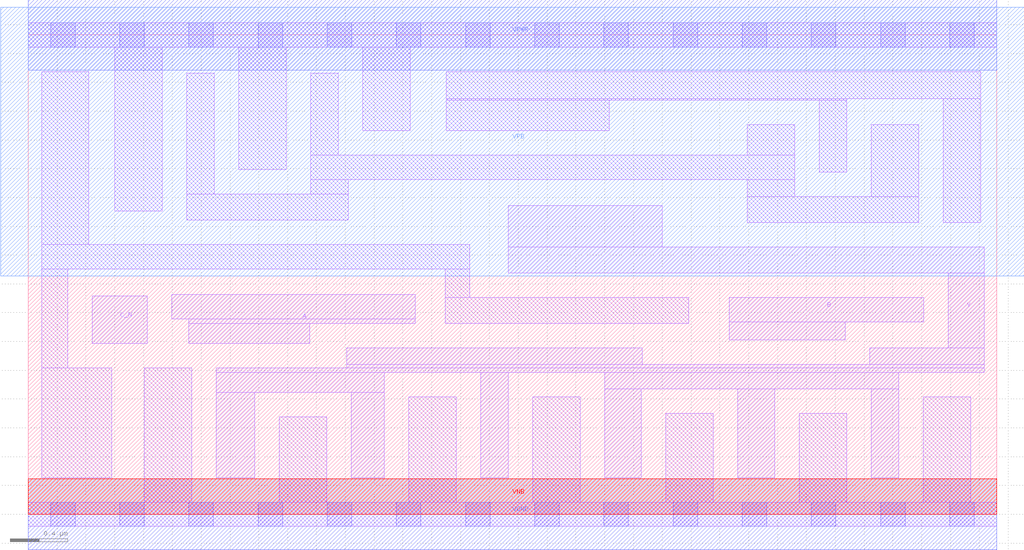
<source format=lef>
# Copyright 2020 The SkyWater PDK Authors
#
# Licensed under the Apache License, Version 2.0 (the "License");
# you may not use this file except in compliance with the License.
# You may obtain a copy of the License at
#
#     https://www.apache.org/licenses/LICENSE-2.0
#
# Unless required by applicable law or agreed to in writing, software
# distributed under the License is distributed on an "AS IS" BASIS,
# WITHOUT WARRANTIES OR CONDITIONS OF ANY KIND, either express or implied.
# See the License for the specific language governing permissions and
# limitations under the License.
#
# SPDX-License-Identifier: Apache-2.0

VERSION 5.7 ;
  NOWIREEXTENSIONATPIN ON ;
  DIVIDERCHAR "/" ;
  BUSBITCHARS "[]" ;
MACRO sky130_fd_sc_lp__nor3b_4
  CLASS CORE ;
  FOREIGN sky130_fd_sc_lp__nor3b_4 ;
  ORIGIN  0.000000  0.000000 ;
  SIZE  6.720000 BY  3.330000 ;
  SYMMETRY X Y R90 ;
  SITE unit ;
  PIN A
    ANTENNAGATEAREA  1.260000 ;
    DIRECTION INPUT ;
    USE SIGNAL ;
    PORT
      LAYER li1 ;
        RECT 0.995000 1.355000 2.685000 1.525000 ;
        RECT 1.115000 1.185000 1.955000 1.325000 ;
        RECT 1.115000 1.325000 2.685000 1.355000 ;
    END
  END A
  PIN B
    ANTENNAGATEAREA  1.260000 ;
    DIRECTION INPUT ;
    USE SIGNAL ;
    PORT
      LAYER li1 ;
        RECT 4.865000 1.210000 5.670000 1.335000 ;
        RECT 4.865000 1.335000 6.215000 1.505000 ;
    END
  END B
  PIN C_N
    ANTENNAGATEAREA  0.315000 ;
    DIRECTION INPUT ;
    USE SIGNAL ;
    PORT
      LAYER li1 ;
        RECT 0.445000 1.185000 0.825000 1.515000 ;
    END
  END C_N
  PIN Y
    ANTENNADIFFAREA  2.116800 ;
    DIRECTION OUTPUT ;
    USE SIGNAL ;
    PORT
      LAYER li1 ;
        RECT 1.305000 0.255000 1.570000 0.845000 ;
        RECT 1.305000 0.845000 2.470000 0.985000 ;
        RECT 1.305000 0.985000 6.635000 1.015000 ;
        RECT 2.210000 1.015000 6.635000 1.040000 ;
        RECT 2.210000 1.040000 4.260000 1.155000 ;
        RECT 2.240000 0.255000 2.470000 0.845000 ;
        RECT 3.140000 0.255000 3.330000 0.985000 ;
        RECT 3.330000 1.675000 6.635000 1.855000 ;
        RECT 3.330000 1.855000 4.400000 2.145000 ;
        RECT 4.000000 0.255000 4.255000 0.870000 ;
        RECT 4.000000 0.870000 6.040000 0.985000 ;
        RECT 4.925000 0.255000 5.180000 0.870000 ;
        RECT 5.840000 1.040000 6.635000 1.155000 ;
        RECT 5.850000 0.255000 6.040000 0.870000 ;
        RECT 6.385000 1.155000 6.635000 1.675000 ;
    END
  END Y
  PIN VGND
    DIRECTION INOUT ;
    USE GROUND ;
    PORT
      LAYER met1 ;
        RECT 0.000000 -0.245000 6.720000 0.245000 ;
    END
  END VGND
  PIN VNB
    DIRECTION INOUT ;
    USE GROUND ;
    PORT
      LAYER pwell ;
        RECT 0.000000 0.000000 6.720000 0.245000 ;
    END
  END VNB
  PIN VPB
    DIRECTION INOUT ;
    USE POWER ;
    PORT
      LAYER nwell ;
        RECT -0.190000 1.655000 6.910000 3.520000 ;
    END
  END VPB
  PIN VPWR
    DIRECTION INOUT ;
    USE POWER ;
    PORT
      LAYER met1 ;
        RECT 0.000000 3.085000 6.720000 3.575000 ;
    END
  END VPWR
  OBS
    LAYER li1 ;
      RECT 0.000000 -0.085000 6.720000 0.085000 ;
      RECT 0.000000  3.245000 6.720000 3.415000 ;
      RECT 0.095000  0.255000 0.580000 1.015000 ;
      RECT 0.095000  1.015000 0.275000 1.705000 ;
      RECT 0.095000  1.705000 3.065000 1.875000 ;
      RECT 0.095000  1.875000 0.420000 3.075000 ;
      RECT 0.600000  2.105000 0.930000 3.245000 ;
      RECT 0.805000  0.085000 1.135000 1.015000 ;
      RECT 1.100000  2.045000 2.220000 2.225000 ;
      RECT 1.100000  2.225000 1.290000 3.065000 ;
      RECT 1.460000  2.395000 1.790000 3.245000 ;
      RECT 1.740000  0.085000 2.070000 0.675000 ;
      RECT 1.960000  2.225000 2.220000 2.325000 ;
      RECT 1.960000  2.325000 5.320000 2.495000 ;
      RECT 1.960000  2.495000 2.150000 3.065000 ;
      RECT 2.320000  2.665000 2.650000 3.245000 ;
      RECT 2.640000  0.085000 2.970000 0.815000 ;
      RECT 2.895000  1.325000 4.585000 1.505000 ;
      RECT 2.895000  1.505000 3.065000 1.705000 ;
      RECT 2.900000  2.665000 4.030000 2.875000 ;
      RECT 2.900000  2.875000 5.680000 2.885000 ;
      RECT 2.900000  2.885000 6.610000 3.075000 ;
      RECT 3.500000  0.085000 3.830000 0.815000 ;
      RECT 4.425000  0.085000 4.755000 0.700000 ;
      RECT 4.990000  2.025000 6.180000 2.205000 ;
      RECT 4.990000  2.205000 5.320000 2.325000 ;
      RECT 4.990000  2.495000 5.320000 2.705000 ;
      RECT 5.350000  0.085000 5.680000 0.700000 ;
      RECT 5.490000  2.375000 5.680000 2.875000 ;
      RECT 5.850000  2.205000 6.180000 2.705000 ;
      RECT 6.210000  0.085000 6.540000 0.815000 ;
      RECT 6.350000  2.025000 6.610000 2.885000 ;
    LAYER mcon ;
      RECT 0.155000 -0.085000 0.325000 0.085000 ;
      RECT 0.155000  3.245000 0.325000 3.415000 ;
      RECT 0.635000 -0.085000 0.805000 0.085000 ;
      RECT 0.635000  3.245000 0.805000 3.415000 ;
      RECT 1.115000 -0.085000 1.285000 0.085000 ;
      RECT 1.115000  3.245000 1.285000 3.415000 ;
      RECT 1.595000 -0.085000 1.765000 0.085000 ;
      RECT 1.595000  3.245000 1.765000 3.415000 ;
      RECT 2.075000 -0.085000 2.245000 0.085000 ;
      RECT 2.075000  3.245000 2.245000 3.415000 ;
      RECT 2.555000 -0.085000 2.725000 0.085000 ;
      RECT 2.555000  3.245000 2.725000 3.415000 ;
      RECT 3.035000 -0.085000 3.205000 0.085000 ;
      RECT 3.035000  3.245000 3.205000 3.415000 ;
      RECT 3.515000 -0.085000 3.685000 0.085000 ;
      RECT 3.515000  3.245000 3.685000 3.415000 ;
      RECT 3.995000 -0.085000 4.165000 0.085000 ;
      RECT 3.995000  3.245000 4.165000 3.415000 ;
      RECT 4.475000 -0.085000 4.645000 0.085000 ;
      RECT 4.475000  3.245000 4.645000 3.415000 ;
      RECT 4.955000 -0.085000 5.125000 0.085000 ;
      RECT 4.955000  3.245000 5.125000 3.415000 ;
      RECT 5.435000 -0.085000 5.605000 0.085000 ;
      RECT 5.435000  3.245000 5.605000 3.415000 ;
      RECT 5.915000 -0.085000 6.085000 0.085000 ;
      RECT 5.915000  3.245000 6.085000 3.415000 ;
      RECT 6.395000 -0.085000 6.565000 0.085000 ;
      RECT 6.395000  3.245000 6.565000 3.415000 ;
  END
END sky130_fd_sc_lp__nor3b_4
END LIBRARY

</source>
